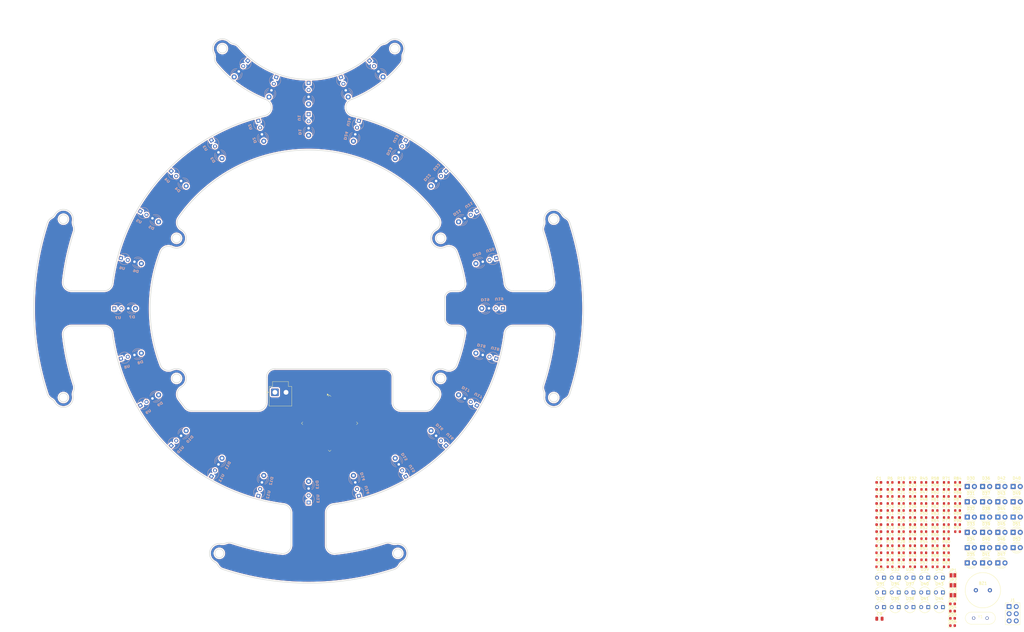
<source format=kicad_pcb>
(kicad_pcb (version 20240108) (generator "pcbnew") (generator_version "8.0")
  (layers (0 "F.Cu" signal) (1 "In1.Cu" signal) (2 "In2.Cu" signal) (31 "B.Cu" signal) (34 "B.Paste" user) (35 "F.Paste" user) (36 "B.SilkS" user "B.Silkscreen") (37 "F.SilkS" user "F.Silkscreen") (38 "B.Mask" user) (39 "F.Mask" user) (44 "Edge.Cuts" user))
  (net 0 "")
  (net 1 "+5V")
  (net 2 "Line01")
  (net 3 "Line02")
  (net 4 "Line03")
  (net 5 "Line04")
  (net 6 "Line05")
  (net 7 "Line06")
  (net 8 "Line07")
  (net 9 "Line08")
  (net 10 "Line09")
  (net 11 "Line10")
  (net 12 "Line11")
  (net 13 "Line12")
  (net 14 "Line13")
  (net 15 "Line14")
  (net 16 "Line15")
  (net 17 "Line16")
  (net 18 "Line17")
  (net 19 "Line18")
  (net 20 "Line19")
  (net 21 "Line20")
  (net 22 "Line21")
  (net 23 "Line22")
  (net 24 "Line23")
  (net 25 "Line24")
  (net 26 "Line-F")
  (net 27 "Line-L")
  (net 28 "Line-B")
  (net 29 "Line-R")
  (net 31 "B-05")
  (net 32 "16")
  (net 33 "SDA")
  (net 34 "22")
  (net 35 "B-03")
  (net 36 "03")
  (net 37 "L-03")
  (net 38 "TX3")
  (net 39 "15")
  (net 41 "L-02")
  (net 42 "SCL")
  (net 43 "11")
  (net 45 "R-05")
  (net 46 "17")
  (net 47 "B-04")
  (net 49 "XTAL2")
  (net 50 "MISO")
  (net 53 "05")
  (net 54 "R-04")
  (net 55 "L-05")
  (net 56 "LED02")
  (net 57 "R-03")
  (net 58 "23")
  (net 60 "21")
  (net 61 "LED03")
  (net 62 "04")
  (net 64 "R-01")
  (net 65 "RX2")
  (net 67 "L-01")
  (net 68 "19")
  (net 69 "XTAL1")
  (net 70 "TX0")
  (net 71 "06")
  (net 72 "GND")
  (net 73 "24")
  (net 77 "RX0")
  (net 78 "14")
  (net 79 "09")
  (net 83 "RX3")
  (net 84 "02")
  (net 86 "07")
  (net 87 "01")
  (net 89 "Net-(U45-AREF)")
  (net 90 "MOSI")
  (net 91 "L-04")
  (net 92 "RX1")
  (net 94 "18")
  (net 95 "10")
  (net 97 "Buzzer")
  (net 98 "B-01")
  (net 100 "LED01")
  (net 101 "R-02")
  (net 102 "RESET")
  (net 104 "PWM")
  (net 106 "13")
  (net 107 "TX2")
  (net 108 "08")
  (net 109 "20")
  (net 112 "B-02")
  (net 113 "TX1")
  (net 114 "SS")
  (net 115 "SCK")
  (net 116 "Net-(D1-A)")
  (net 117 "Net-(D2-A)")
  (net 118 "Net-(D3-A)")
  (net 119 "Net-(D4-A)")
  (net 120 "Net-(D5-A)")
  (net 121 "Net-(D6-A)")
  (net 122 "Net-(D7-A)")
  (net 123 "Net-(D8-A)")
  (net 124 "Net-(D9-A)")
  (net 125 "Net-(D10-A)")
  (net 126 "Net-(D11-A)")
  (net 127 "Net-(D12-A)")
  (net 128 "Net-(D13-A)")
  (net 129 "Net-(D14-A)")
  (net 130 "Net-(D15-A)")
  (net 131 "Net-(D16-A)")
  (net 132 "Net-(D17-A)")
  (net 133 "Net-(D18-A)")
  (net 134 "Net-(D19-A)")
  (net 135 "Net-(D20-A)")
  (net 136 "Net-(D21-A)")
  (net 137 "Net-(D22-A)")
  (net 138 "Net-(D23-A)")
  (net 139 "Net-(D24-A)")
  (net 140 "Net-(D25-A)")
  (net 141 "Net-(D26-A)")
  (net 142 "Net-(D27-A)")
  (net 143 "Net-(D28-A)")
  (net 144 "Net-(D29-A)")
  (net 145 "Net-(D30-A)")
  (net 146 "Net-(D31-A)")
  (net 147 "Net-(D32-A)")
  (net 148 "Net-(D33-A)")
  (net 149 "Net-(D34-A)")
  (net 150 "Net-(D35-A)")
  (net 151 "Net-(D36-A)")
  (net 152 "Net-(D37-A)")
  (net 153 "Net-(D38-A)")
  (net 154 "Net-(D39-A)")
  (net 155 "Net-(D40-A)")
  (net 156 "Net-(D41-A)")
  (net 157 "Net-(D42-A)")
  (net 158 "Net-(D43-A)")
  (net 159 "Net-(D44-A)")
  (net 160 "Net-(D45-A)")
  (net 161 "Net-(D46-A)")
  (net 162 "Net-(D47-A)")
  (net 163 "Net-(D48-A)")
  (net 164 "Net-(D49-A)")
  (net 165 "Net-(D50-A)")
  (net 166 "Net-(D51-A)")
  (net 167 "Net-(D52-A)")
  (net 168 "Net-(D53-A)")
  (net 169 "Net-(D54-A)")
  (net 170 "Net-(D55-A)")
  (net 171 "Threshold")
  (net 172 "Net-(JP1-B)")
  (net 173 "Net-(JP2-B)")
  (net 174 "Net-(JP3-B)")
  (net 175 "Net-(D56-A)")
  (footprint "LED_SMD:LED_0603_1608Metric" (layer "F.Cu") (at 229.535 113.17)
    (property "Reference" "D56")
    (property "Value" "PWR")
  )
  (footprint "Resistor_SMD:R_0603_1608Metric" (layer "F.Cu") (at 227.305 92.2)
    (property "Reference" "R83")
    (property "Value" "330")
  )
  (footprint "Resistor_SMD:R_0603_1608Metric" (layer "F.Cu") (at 207.255 74.63)
    (property "Reference" "R11")
    (property "Value" "Line-PDWN")
  )
  (footprint "Resistor_SMD:R_0603_1608Metric" (layer "F.Cu") (at 219.285 62.08)
    (property "Reference" "R45")
    (property "Value" "75")
  )
  (footprint "Resistor_SMD:R_0603_1608Metric" (layer "F.Cu") (at 215.275 62.08)
    (property "Reference" "R32")
    (property "Value" "75")
  )
  (footprint "Resistor_SMD:R_0603_1608Metric" (layer "F.Cu") (at 203.245 89.69)
    (property "Reference" "R4")
    (property "Value" "Line-PDWN")
  )
  (footprint "Resistor_SMD:R_0603_1608Metric" (layer "F.Cu") (at 219.285 74.63)
    (property "Reference" "R50")
    (property "Value" "75")
  )
  (footprint "Resistor_SMD:R_0603_1608Metric" (layer "F.Cu") (at 207.255 67.1)
    (property "Reference" "R8")
    (property "Value" "Line-PDWN")
  )
  (footprint "Resistor_SMD:R_0603_1608Metric" (layer "F.Cu") (at 211.265 69.61)
    (property "Reference" "R22")
    (property "Value" "Line-PDWN")
  )
  (footprint "Resistor_SMD:R_0603_1608Metric" (layer "F.Cu") (at 227.305 87.18)
    (property "Reference" "R81")
    (property "Value" "10K")
  )
  (footprint "Resistor_SMD:R_0603_1608Metric" (layer "F.Cu") (at 227.305 77.14)
    (property "Reference" "R77")
    (property "Value" "75")
  )
  (footprint "@2024TOINIOT2-Line:LED-3mm" (layer "F.Cu") (at 246.945 63.55)
    (property "Reference" "D42")
    (property "Value" "Wh/Rd")
  )
  (footprint "Resistor_SMD:R_0603_1608Metric" (layer "F.Cu") (at 219.285 89.69)
    (property "Reference" "R56")
    (property "Value" "75")
  )
  (footprint "@2024TOINIOT2-Line:LED-3mm" (layer "F.Cu") (at 252.395 74.45)
    (property "Reference" "D50")
    (property "Value" "Wh/Rd")
  )
  (footprint "Capacitor_SMD:C_0805_2012Metric" (layer "F.Cu") (at 203.465 110.71)
    (property "Reference" "C9")
    (property "Value" "10uF")
  )
  (footprint "Resistor_SMD:R_0603_1608Metric" (layer "F.Cu") (at 227.305 89.69)
    (property "Reference" "R82")
    (property "Value" "10K")
  )
  (footprint "@2024TOINIOT2-Line:NJL7502L" (layer "F.Cu") (at 214.365 96.08)
    (property "Reference" "U36")
    (property "Value" "~")
  )
  (footprint "Resistor_SMD:R_0603_1608Metric" (layer "F.Cu") (at 203.245 82.16)
    (property "Reference" "R1")
    (property "Value" "Line-PDWN")
  )
  (footprint "Capacitor_SMD:C_0603_1608Metric" (layer "F.Cu") (at 203.245 79.65)
    (property "Reference" "C8")
    (property "Value" "1000uF")
  )
  (footprint "@2024TOINIOT2-Line:LED-3mm" (layer "F.Cu") (at 241.495 85.35)
    (property "Reference" "D40")
    (property "Value" "Wh/Rd")
  )
  (footprint "Resistor_SMD:R_0603_1608Metric" (layer "F.Cu") (at 215.275 89.69)
    (property "Reference" "R43")
    (property "Value" "75")
  )
  (footprint "Resistor_SMD:R_0603_1608Metric" (layer "F.Cu") (at 223.295 84.67)
    (property "Reference" "R67")
    (property "Value" "75")
  )
  (footprint "Resistor_SMD:R_0603_1608Metric" (layer "F.Cu") (at 227.305 62.08)
    (property "Reference" "R71")
    (property "Value" "75")
  )
  (footprint "LED_SMD:LED_0603_1608Metric" (layer "F.Cu") (at 229.535 107.99)
    (property "Reference" "D54")
    (property "Value" "LED02")
  )
  (footprint "Resistor_SMD:R_0603_1608Metric" (layer "F.Cu") (at 207.255 62.08)
    (property "Reference" "R6")
    (property "Value" "Line-PDWN")
  )
  (footprint "Resistor_SMD:R_0603_1608Metric" (layer "F.Cu") (at 219.285 82.16)
    (property "Reference" "R53")
    (property "Value" "75")
  )
  (footprint "Resistor_SMD:R_0603_1608Metric" (layer "F.Cu") (at 215.275 74.63)
    (property "Reference" "R37")
    (property "Value" "75")
  )
  (footprint "Resistor_SMD:R_0603_1608Metric" (layer "F.Cu") (at 223.295 64.59)
    (property "Reference" "R59")
    (property "Value" "75")
  )
  (footprint "Resistor_SMD:R_0603_1608Metric" (layer "F.Cu") (at 207.255 72.12)
    (property "Reference" "R10")
    (property "Value" "Line-PDWN")
  )
  (footprint "Resistor_SMD:R_0603_1608Metric" (layer "F.Cu") (at 215.275 67.1)
    (property "Reference" "R34")
    (property "Value" "75")
  )
  (footprint "Resistor_SMD:R_0603_1608Metric" (layer "F.Cu") (at 215.275 92.2)
    (property "Reference" "R44")
    (property "Value" "75")
  )
  (footprint "Resistor_SMD:R_0603_1608Metric" (layer "F.Cu") (at 223.295 69.61)
    (property "Reference" "R61")
    (property "Value" "75")
  )
  (footprint "@2024TOINIOT2-Line:LED-3mm" (layer "F.Cu") (at 246.945 90.8)
    (property "Reference" "D47")
    (property "Value" "Wh/Rd")
  )
  (footprint "Resistor_SMD:R_0603_1608Metric" (layer "F.Cu") (at 211.265 72.12)
    (property "Reference" "R23")
    (property "Value" "Line-PDWN")
  )
  (footprint "@2024TOINIOT2-Line:LED-3mm" (layer "F.Cu") (at 241.495 90.8)
    (property "Reference" "D41")
    (property "Value" "Wh/Rd")
  )
  (footprint "@2024TOINIOT2-Line:LED-3mm" (layer "F.Cu") (at 246.945 69)
    (property "Reference" "D43")
    (property "Value" "Wh/Rd")
  )
  (footprint "Resistor_SMD:R_0603_1608Metric" (layer "F.Cu") (at 223.295 82.16)
    (property "Reference" "R66")
    (property "Value" "75")
  )
  (footprint "@2024TOINIOT2-Line:NJL7502L" (layer "F.Cu") (at 219.615 106.58)
    (property "Reference" "U41")
    (property "Value" "~")
  )
  (footprint "Resistor_SMD:R_0603_1608Metric" (layer "F.Cu") (at 231.315 67.1)
    (property "Reference" "R86")
    (property "Value" "1M")
  )
  (footprint "Resistor_SMD:R_0603_1608Metric" (layer "F.Cu") (at 227.305 67.1)
    (property "Reference" "R73")
    (property "Value" "75")
  )
  (footprint "Resistor_SMD:R_0603_1608Metric" (layer "F.Cu") (at 207.255 92.2)
    (property "Reference" "R18")
    (property "Value" "Line-PDWN")
  )
  (footprint "Resistor_SMD:R_0603_1608Metric" (layer "F.Cu") (at 223.295 77.14)
    (property "Reference" "R64")
    (property "Value" "75")
  )
  (footprint "Capacitor_SMD:C_0603_1608Metric" (layer "F.Cu") (at 203.245 77.14)
    (property "Reference" "C7")
    (property "Value" "100nF")
  )
  (footprint "@2024TOINIOT2-Line:AL4BT" (layer "F.Cu") (at 239.445 110.5)
    (property "Reference" "Y1")
    (property "Value" "16MHz")
  )
  (footprint "@2024TOINIOT2-Line:NJL7502L" (layer "F.Cu") (at 209.115 106.58)
    (property "Reference" "U35")
    (property "Value" "~")
  )
  (footprint "@2024TOINIOT2-Line:LED-3mm" (layer "F.Cu") (at 252.395 85.35)
    (property "Reference" "D52")
    (property "Value" "Wh/Rd")
  )
  (footprint "Resistor_SMD:R_0603_1608Metric" (layer "F.Cu") (at 219.285 84.67)
    (property "Reference" "R54")
    (property "Value" "75")
  )
  (footprint "Resistor_SMD:R_0603_1608Metric" (layer "F.Cu") (at 207.255 64.59)
    (property "Reference" "R7")
    (property "Value" "Line-PDWN")
  )
  (footprint "@2024TOINIOT2-Line:NJL7502L" (layer "F.Cu") (at 224.865 101.33)
    (property "Reference" "U43")
    (property "Value" "~")
  )
  (footprint "Resistor_SMD:R_0603_1608Metric" (layer "F.Cu") (at 231.315 79.65)
    (property "Reference" "R91")
    (property "Value" "330")
  )
  (footprint "Resistor_SMD:R_0603_1608Metric" (layer "F.Cu") (at 207.255 87.18)
    (property "Reference" "R16")
    (property "Value" "Line-PDWN")
  )
  (footprint "@2024TOINIOT2-Line:LED-3mm" (layer "F.Cu") (at 236.045 79.9)
    (property "Reference" "D33")
    (property "Value" "Wh/Rd")
  )
  (footprint "@2024TOINIOT2-Line:NJL7502L" (layer "F.Cu") (at 209.115 101.33)
    (property "Reference" "U34")
    (property "Value" "~")
  )
  (footprint "Resistor_SMD:R_0603_1608Metric" (layer "F.Cu") (at 231.315 72.12)
    (property "Reference" "R88")
    (property "Value" "100")
  )
  (footprint "Resistor_SMD:R_0603_1608Metric" (layer "F.Cu") (at 211.265 87.18)
    (property "Reference" "R29")
    (property "Value" "75")
  )
  (footprint "Resistor_SMD:R_0603_1608Metric" (layer "F.Cu") (at 231.315 77.14)
    (property "Reference" "R90")
    (property "Value" "10K")
  )
  (footprint "Resistor_SMD:R_0603_1608Metric" (layer "F.Cu") (at 215.275 87.18)
    (property "Reference" "R42")
    (property "Value" "75")
  )
  (footprint "@2024TOINIOT2-Line:LED-3mm" (layer "F.Cu") (at 241.495 63.55)
    (property "Reference" "D36")
    (property "Value" "Wh/Rd")
  )
  (footprint "@2024TOINIOT2-Line:LED-3mm" (layer "F.Cu") (at 246.945 85.35)
    (property "Reference" "D46")
    (property "Value" "Wh/Rd")
  )
  (footprint "Jumper:SolderJumper-2_P1.3mm_Open_Pad1.0x1.5mm" (layer "F.Cu") (at 229.665 95.23)
    (property "Reference" "JP1")
    (property "Value" "160Hz")
  )
  (footprint "Resistor_SMD:R_0603_1608Metric" (layer "F.Cu") (at 215.275 84.67)
    (property "Reference" "R41")
    (property "Value" "75")
  )
  (footprint "Resistor_SMD:R_0603_1608Metric" (layer "F.Cu") (at 231.315 69.61)
    (property "Reference" "R87")
    (property "Value" "10K")
  )
  (footprint "Resistor_SMD:R_0603_1608Metric" (layer "F.Cu") (at 215.275 77.14)
    (property "Reference" "R38")
    (property "Value" "75")
  )
  (footprint "Resistor_SMD:R_0603_1608Metric" (layer "F.Cu") (at 211.265 82.16)
    (property "Reference" "R27")
    (property "Value" "Line-PDWN")
  )
  (footprint "Resistor_SMD:R_0603_1608Metric" (layer "F.Cu") (at 211.265 64.59)
    (property "Reference" "R20")
    (property "Value" "Line-PDWN")
  )
  (footprint "Jumper:SolderJumper-2_P1.3mm_Open_Pad1.0x1.5mm" (layer "F.Cu") (at 229.665 98.78)
    (property "Reference" "JP2")
    (property "Value" "16Hz")
  )
  (footprint "Resistor_SMD:R_0603_1608Metric" (layer "F.Cu") (at 223.295 87.18)
    (property "Reference" "R68")
    (property "Value" "75")
  )
  (footprint "Resistor_SMD:R_0603_1608Metric" (layer "F.Cu") (at 219.285 72.12)
    (property "Reference" "R49")
    (property "Value" "75")
  )
  (footprint "@2024TOINIOT2-Line:NJL7502L" (layer "F.Cu") (at 203.865 96.08)
    (property "Reference" "U30")
    (property "Value" "~")
  )
  (footprint "Capacitor_SMD:C_0603_1608Metric" (layer "F.Cu") (at 203.245 67.1)
    (property "Reference" "C3")
    (property "Value" "22pF")
  )
  (footprint "@2024TOINIOT2-Line:LED-3mm" (layer "F.Cu") (at 241.495 69)
    (property "Reference" "D37")
    (property "Value" "Wh/Rd")
  )
  (footprint "Capacitor_SMD:C_0603_1608Metric" (layer "F.Cu") (at 203.245 74.63)
    (property "Reference" "C6")
    (property "Value" "22pF")
  )
  (footprint "@2024TOINIOT2-Line:NJL7502L" (layer "F.Cu") (at 214.365 101.33)
    (property "Reference" "U37")
    (property "Value" "~")
  )
  (footprint "Resistor_SMD:R_0603_1608Metric" (layer "F.Cu") (at 211.265 62.08)
    (property "Reference" "R19")
    (property "Value" "Line-PDWN")
  )
  (footprint "@2024TOINIOT2-Line:LED-3mm" (layer "F.Cu") (at 236.045 63.55)
    (property "Reference" "D30")
    (property "Value" "Wh/Rd")
  )
  (footprint "Resistor_SMD:R_0603_1608Metric" (layer "F.Cu") (at 215.275 72.12)
    (property "Reference" "R36")
    (property "Value" "75")
  )
  (footprint "Resistor_SMD:R_0603_1608Metric" (layer "F.Cu") (at 211.265 92.2)
    (property "Reference" "R31")
    (property "Value" "75")
  )
  (footprint "Resistor_SMD:R_0603_1608Metric" (layer "F.Cu") (at 215.275 82.16)
    (property "Reference" "R40")
    (property "Value" "75")
  )
  (footprint "@2024TOINIOT2-Line:LED-3mm" (layer "F.Cu") (at 241.495 79.9)
    (property "Reference" "D39")
    (property "Value" "Wh/Rd")
  )
  (footprint "Resistor_SMD:R_0603_1608Metric" (layer "F.Cu") (at 215.275 64.59)
    (property "Reference" "R33")
    (property "Value" "75")
  )
  (footprint "@2024TOINIOT2-Line:LED-3mm" (layer "F.Cu") (at 252.395 79.9)
    (property "Reference" "D51")
    (property "Value" "Wh/Rd")
  )
  (footprint "Resistor_SMD:R_0603_1608Metric" (layer "F.Cu") (at 219.285 69.61)
    (property "Reference" "R48")
    (property "Value" "75")
  )
  (footprint "Resistor_SMD:R_0603_1608Metric" (layer "F.Cu") (at 223.295 74.63)
    (property "Reference" "R63")
    (property "Value" "75")
  )
  (footprint "Resistor_SMD:R_0603_1608Metric" (layer "F.Cu") (at 231.315 74.63)
    (property "Reference" "R89")
    (property "Value" "1K")
  )
  (footprint "Resistor_SMD:R_0603_1608Metric" (layer "F.Cu") (at 219.285 77.14)
    (property "Reference" "R51")
    (property "Value" "75")
  )
  (footprint "@2024TOINIOT2-Line:LED-3mm" (layer "F.Cu") (at 236.045 90.8)
    (property "Reference" "D35")
    (property "Value" "Wh/Rd")
  )
  (footprint "Resistor_SMD:R_0603_1608Metric" (layer "F.Cu") (at 207.255 84.67)
    (property "Reference" "R15")
    (property "Value" "Line-PDWN")
  )
  (footprint "Resistor_SMD:R_0603_1608Metric" (layer "F.Cu") (at 207.255 69.61)
    (property "Reference" "R9")
    (property "Value" "Line-PDWN")
  )
  (footprint "Capacitor_SMD:C_0603_1608Metric" (layer "F.Cu") (at 203.245 62.08)
    (property "Reference" "C1")
    (property "Value" "100nF")
  )
  (footprint "Resistor_SMD:R_0603_1608Metric" (layer "F.Cu") (at 203.245 84.67)
    (property "Reference" "R2")
    (property "Value" "Line-PDWN")
  )
  (footprint "Resistor_SMD:R_0603_1608Metric" (layer "F.Cu") (at 227.305 72.12)
    (property "Reference" "R75")
    (property "Value" "75")
  )
  (footprint "Resistor_SMD:R_0603_1608Metric" (layer "F.Cu") (at 219.285 87.18)
    (property "Reference" "R55")
    (property "Value" "75")
  )
  (footprint "Jumper:SolderJumper-2_P1.3mm_Open_Pad1.0x1.5mm" (layer "F.Cu") (at 229.665 102.33)
    (property "Reference" "JP3")
    (property "Value" "1.6Hz")
  )
  (footprint "Connector_JST:JST_VH_B2P-VH-B_1x02_P3.96mm_Vertical" (layer "F.Cu") (at -12.0075 29.95)
    (property "Reference" "J2" (hide yes))
    (property "Value" "VIN")
  )
  (footprint "Resistor_SMD:R_0603_1608Metric" (layer "F.Cu") (at 203.245 87.18)
    (property "Reference" "R3")
    (property "Value" "Line-PDWN")
  )
  (footprint "Resistor_SMD:R_0603_1608Metric" (layer "F.Cu") (at 207.255 82.16)
    (property "Reference" "R14")
    (property "Value" "Line-PDWN")
  )
  (footprint "LED_SMD:LED_0603_1608Metric" (layer "F.Cu") (at 229.535 110.58)
    (property "Reference" "D55")
    (property "Value" "LED03")
  )
  (footprint "Capacitor_SMD:C_0603_1608Metric" (layer "F.Cu") (at 203.245 64.59)
    (property "Reference" "C2")
    (property "Value" "100nF")
  )
  (footprint "Resistor_SMD:R_0603_1608Metric" (layer "F.Cu") (at 207.255 79.65)
    (property "Reference" "R13")
    (property "Value" "Line-PDWN")
  )
  (footprint "Resistor_SMD:R_0603_1608Metric" (layer "F.Cu") (at 219.285 64.59)
    (property "Reference" "R46")
    (property "Value" "75")
  )
  (footprint "@2024TOINIOT2-Line:LED-3mm" (layer "F.Cu") (at 246.945 79.9)
    (property "Reference" "D45")
    (property "Value" "Wh/Rd")
  )
  (footprint "Resistor_SMD:R_0603_1608Metric" (layer "F.Cu") (at 231.315 62.08)
    (property "Reference" "R84")
    (property "Value" "330")
  )
  (footprint "Capacitor_SMD:C_0603_1608Metric" (layer "F.Cu") (at 203.245 69.61)
    (property "Reference" "C4")
    (property "Value" "22pF")
  )
  (footprint "@2024TOINIOT2-Line:NJL7502L" (layer "F.Cu") (at 224.865 106.58)
    (property "Reference" "U44")
    (property "Value" "~")
  )
  (footprint "Resistor_SMD:R_0603_1608Metric" (layer "F.Cu") (at 223.295 92.2)
    (property "Reference" "R70")
    (property "Value" "75")
  )
  (footprint "@2024TOINIOT2-Line:NJL7502L" (layer "F.Cu") (at 209.115 96.08)
    (property "Reference" "U33")
    (property "Value" "~")
  )
  (footprint "Capacitor_SMD:C_0603_1608Metric" (layer "F.Cu") (at 203.245 72.12)
    (property "Reference" "C5")
    (property "Value" "100nF")
  )
  (footprint "Resistor_SMD:R_0603_1608Metric" (layer "F.Cu") (at 219.285 67.1)
    (property "Reference" "R47")
    (property "Value" "75")
  )
  (footprint "@2024TOINIOT2-Line:LED-3mm" (layer "F.Cu") (at 236.045 85.35)
    (property "Reference" "D34")
    (property "Value" "Wh/Rd")
  )
  (footprint "@2024TOINIOT2-Line:LED-3mm" (layer "F.Cu") (at 236.045 69)
    (property "Reference" "D31")
    (property "Value" "Wh/Rd")
  )
  (footprint "@2024TOINIOT2-Line:LED-3mm" (layer "F.Cu") (at 252.395 63.55)
    (property "Reference" "D48")
    (property "Value" "Wh/Rd")
  )
  (footprint "Resistor_SMD:R_0603_1608Metric" (layer "F.Cu") (at 227.305 82.16)
    (property "Reference" "R79")
    (property "Value" "75")
  )
  (footprint "LED_SMD:LED_0603_1608Metric" (layer "F.Cu") (at 229.535 105.4)
    (property "Reference" "D53")
    (property "Value" "LED01")
  )
  (footprint "Resistor_SMD:R_0603_1608Metric" (layer "F.Cu") (at 211.265 77.14)
    (property "Reference" "R25")
    (property "Value" "Line-PDWN")
  )
  (footprint "Resistor_SMD:R_0603_1608Metric" (layer "F.Cu") (at 223.295 79.65)
    (property "Reference" "R65")
    (property "Value" "75")
  )
  (footprint "Resistor_SMD:R_0603_1608Metric" (layer "F.Cu") (at 227.305 64.59)
    (property "Reference" "R72")
    (property "Value" "75")
  )
  (footprint "Resistor_SMD:R_0603_1608Metric" (layer "F.Cu") (at 211.265 74.63)
    (property "Reference" "R24")
    (property "Value" "Line-PDWN")
  )
  (footprint "Resistor_SMD:R_0603_1608Metric" (layer "F.Cu") (at 223.295 67.1)
    (property "Reference" "R60")
    (property "Value" "75")
  )
  (footprint "Resistor_SMD:R_0603_1608Metric" (layer "F.Cu") (at 215.275 79.65)
    (property "Reference" "R39")
    (property "Value" "75")
  )
  (footprint "Resistor_SMD:R_0603_1608Metric" (layer "F.Cu") (at 215.275 69.61)
    (property "Reference" "R35")
    (property "Value" "75")
  )
  (footprint "@2024TOINIOT2-Line:NJL7502L" (layer "F.Cu") (at 214.365 106.58)
    (property "Reference" "U38")
    (property "Value" "~")
  )
  (footprint "@2024TOINIOT2-Line:LED-3mm" (layer "F.Cu") (at 252.395 69)
    (property "Reference" "D49")
    (property "Value" "Wh/Rd")
  )
  (footprint "@2024TOINIOT2-Line:NJL7502L" (layer "F.Cu") (at 203.865 106.58)
    (property "Reference" "U32")
    (property "Value" "~")
  )
  (footprint "Package_QFP:TQFP-100_14x14mm_P0.5mm" (layer "F.Cu") (at 7.5 41 -45)
    (property "Reference" "U45" (hide yes))
    (property "Value" "ATmega2560-16A")
  )
  (footprint "Resistor_SMD:R_0603_1608Metric" (layer "F.Cu") (at 211.265 89.69)
    (property "Reference" "R30")
    (property "Value" "75")
  )
  (footprint "Resistor_SMD:R_0603_1608Metric" (layer "F.Cu") (at 211.265 67.1)
    (property "Reference" "R21")
    (property "Value" "Line-PDWN")
  )
  (footprint "Resistor_SMD:R_0603_1608Metric" (layer "F.Cu") (at 207.255 89.69)
    (property "Reference" "R17")
    (property "Value" "Line-PDWN")
  )
  (footprint "Resistor_SMD:R_0603_1608Metric" (layer "F.Cu") (at 223.295 89.69)
    (property "Reference" "R69")
    (property "Value" "75")
  )
  (footprint "Connector_PinHeader_2.54mm:PinHeader_2x03_P2.54mm_Vertical" (layer "F.Cu") (at 249.695 106.4)
    (property "Reference" "J1")
    (property "Value" "ICSP")
  )
  (footprint "@2024TOINIOT2-Line:PKM13EPYH4000-A0" (layer "F.Cu") (at 240.345 100.55)
    (property "Reference" "BZ1")
    (property "Value" "Buzzer")
  )
  (footprint "Resistor_SMD:R_0603_1608Metric" (layer "F.Cu") (at 227.305 79.65)
    (property "Reference" "R78")
    (property "Value" "75")
  )
  (footprint "Resistor_SMD:R_0603_1608Metric" (layer "F.Cu") (at 223.295 62.08)
    (property "Reference" "R58")
    (property "Value" "75")
  )
  (footprint "Resistor_SMD:R_0603_1608Metric" (layer "F.Cu") (at 231.315 64.59)
    (property "Reference" "R85")
    (property "Value" "330")
  )
  (footprint "@2024TOINIOT2-Line:NJL7502L" (layer "F.Cu") (at 219.615 96.08)
    (property "Reference" "U39")
    (property "Value" "~")
  )
  (footprint "@2024TOINIOT2-Line:LED-3mm" (layer "F.Cu") (at 246.945 74.45)
    (property "Reference" "D44")
    (property "Value" "Wh/Rd")
  )
  (footprint "Resistor_SMD:R_0603_1608Metric" (layer "F.Cu") (at 211.265 79.65)
    (property "Reference" "R26")
    (property "Value" "Line-PDWN")
  )
  (footprint "Resistor_SMD:R_0603_1608Metric" (layer "F.Cu") (at 227.305 69.61)
    (property "Reference" "R74")
    (property "Value" "75")
  )
  (footprint "@2024TOINIOT2-Line:NJL7502L" (layer "F.Cu") (at 203.865 101.33)
    (property "Reference" "U31")
    (property "Value" "~")
  )
  (footprint "Resistor_SMD:R_0603_1608Metric" (layer "F.Cu") (at 207.255 77.14)
    (property "Reference" "R12")
    (property "Value" "Line-PDWN")
  )
  (footprint "Resistor_SMD:R_0603_1608Metric" (layer "F.Cu") (at 219.285 79.65)
    (property "Reference" "R52")
    (property "Value" "75")
  )
  (footprint "Resistor_SMD:R_0603_1608Metric" (layer "F.Cu") (at 211.265 84.67)
    (property "Reference" "R28")
    (property "Value" "Line-PDWN")
  )
  (footprint "@2024TOINIOT2-Line:NJL7502L" (layer "F.Cu") (at 219.615 101.33)
    (property "Reference" "U40")
    (property "Value" "~")
  )
  (footprint "Resistor_SMD:R_0603_1608Metric" (layer "F.Cu") (at 203.245 92.2)
    (property "Reference" "R5")
    (property "Value" "Line-PDWN")
  )
  (footprint "Resistor_SMD:R_0603_1608Metric" (layer "F.Cu") (at 223.295 72.12)
    (property "Reference" "R62")
    (property "Value" "75")
  )
  (footprint "Resistor_SMD:R_0603_1608Metric" (layer "F.Cu") (at 227.305 74.63)
    (property "Reference" "R76")
    (property "Value" "75")
  )
  (footprint "Resistor_SMD:R_0603_1608Metric" (layer "F.Cu") (at 227.305 84.67)
    (property "Reference" "R80")
    (property "Value" "75")
  )
  (footprint "@2024TOINIOT2-Line:LED-3mm" (layer "F.Cu") (at 241.495 74.45)
    (property "Reference" "D38")
    (property "Value" "Wh/Rd")
  )
  (footprint "@2024TOINIOT2-Line:NJL7502L" (layer "F.Cu") (at 224.865 96.08)
    (property "Reference" "U42")
    (property "Value" "~")
  )
  (footprint "@2024TOINIOT2-Line:LED-3mm" (layer "F.Cu") (at 236.045 74.45)
    (property "Reference" "D32")
    (property "Value" "Wh/Rd")
  )
  (footprint "Resistor_SMD:R_0603_1608Metric" (layer "F.Cu") (at 219.285 92.2)
    (property "Reference" "R57")
    (property "Value" "75")
  )
  (footprint "@2024TOINIOT2-Line:NJL7502L" (layer "B.Cu") (at -65.683056 -17.599671 165)
    (property "Reference" "U6")
    (property "Value" "~")
  )
  (footprint "@2024TOINIOT2-Line:NJL7502L" (layer "B.Cu") (at 67.9999 0.000025)
    (property "Reference" "U19")
    (property "Value" "~")
  )
  (footprint "@2024TOINIOT2-Line:LED-3mm" (layer "B.Cu") (at -54.5597 31.500023 30)
    (property "Reference" "D9")
    (property "Value" "Wh/Rd")
  )
  (footprint "@2024TOINIOT2-Line:LED-3mm" (layer "B.Cu") (at -44.547827 44.547752 45)
    (property "Reference" "D10")
    (property "Value" "Wh/Rd")
  )
  (footprint "@2024TOINIOT2-Line:NJL7502L" (layer "B.Cu") (at -58.889827 -33.999975 150)
    (property "Reference" "U5")
    (property "Value" "~")
  )
  (footprint "@2024TOINIOT2-Line:LED-3mm" (layer "B.Cu") (at -44.547827 -44.547702 -45)
    (property "Reference" "D4")
    (property "Value" "Wh/Rd")
  )
  (footprint "@2024TOINIOT2-Line:NJL7502L" (layer "B.Cu") (at 48.083162 -48.083236 45)
    (property "Reference" "U22")
    (property "Value" "~")
  )
  (footprint "@2024TOINIOT2-Line:NJL7502L" (layer "B.Cu") (at 58.889627 -33.999976 30)
    (property "Reference" "U21")
    (property "Value" "~")
  )
  (footprint "@2024TOINIOT2-Line:NJL7502L" (layer "B.Cu") (at -22.490911 -87.367894 50)
    (property "Reference" "U25" (hide yes))
    (property "Value" "~")
  )
  (footprint "@2024TOINIOT2-Line:LED-3mm" (layer "B.Cu") (at 31.4999 54.559625 120)
    (property "Reference" "D15")
    (property "Value" "Wh/Rd")
  )
  (footprint "@2024TOINIOT2-Line:NJL7502L" (layer "B.Cu") (at -48.083361 -48.083236 135)
    (property "Reference" "U4")
    (property "Value" "~")
  )
  (footprint "@2024TOINIOT2-Line:NJL7502L" (layer "B.Cu") (at 11.966526 -81.292119 110)
    (property "Reference" "U28" (hide yes))
    (property "Value" "~")
  )
  (footprint "@2024TOINIOT2-Line:NJL7502L" (layer "B.Cu") (at 65.682856 -17.599671 15)
    (property "Reference" "U20")
    (property "Value" "~")
  )
  (footprint "@2024TOINIOT2-Line:NJL7502L" (layer "B.Cu") (at 33.9999 58.889751 -60)
    (property "Reference" "U15")
    (property "Value" "~")
  )
  (footprint "@2024TOINIOT2-Line:LED-3mm" (layer "B.Cu") (at 44.547627 44.547751 135)
    (property "Reference" "D16")
    (property "Value" "Wh/Rd")
  )
  (footprint "@2024TOINIOT2-Line:LED-3mm" (layer "B.Cu") (at -60.853427 -16.305574 -15)
    (property "Reference" "D6")
    (property "Value" "Wh/Rd")
  )
  (footprint "@2024TOINIOT2-Line:NJL7502L" (layer "B.Cu") (at 22.490079 -87.367894 130)
    (property "Reference" "U29" (hide yes))
    (property "Value" "~")
  )
  (footprint "@2024TOINIOT2-Line:LED-3mm" (layer "B.Cu") (at -31.500099 -54.559575 -60)
    (property "Reference" "D3")
    (property "Value" "Wh/Rd")
  )
  (footprint "@2024TOINIOT2-Line:LED-3mm" (layer "B.Cu") (at 62.9999 0.000025 180)
    (property "Reference" "D19")
    (property "Value" "Wh/Rd")
  )
  (footprint "@2024TOINIOT2-Line:NJL7502L" (layer "B.Cu") (at 65.682856 17.599719 -15)
    (property "Reference" "U18")
    (property "Value" "~")
  )
  (footprint "@2024TOINIOT2-Line:LED-3mm" (layer "B.Cu") (at -16.305698 -60.853303 -75)
    (property "Reference" "D2")
    (property "Value" "Wh/Rd")
  )
  (footprint "@2024TOINIOT2-Line:NJL7502L" (layer "B.Cu") (at 17.599595 -65.682931 75)
    (property "Reference" "U24")
    (property "Value" "~")
  )
  (footprint "@2024TOINIOT2-Line:NJL7502L" (layer "B.Cu") (at -34.000099 -58.889703 120)
    (property "Reference" "U3")
    (property "Value" "~")
  )
  (footprint "@2024TOINIOT2-Line:NJL7502L" (layer "B.Cu") (at -0.000417 -79.182022 90)
    (property "Reference" "U27" (hide yes))
    (property "Value" "~")
  )
  (footprint "@2024TOINIOT2-Line:NJL7502L" (layer "B.Cu") (at -34.000099 58.889751 -120)
    (property "Reference" "U11")
    (property "Value" "~")
  )
  (footprint "@2024TOINIOT2-Line:NJL7502L" (layer "B.Cu") (at -17.599795 65.68298 -105)
    (property "Reference" "U12")
    (property "Value" "~")
  )
  (footprint "@2024TOINIOT2-Line:NJL7502L" (layer "B.Cu") (at 48.083161 48.083285 -45)
    (property "Reference" "U16")
    (property "Value" "~")
  )
  (footprint "@2024TOINIOT2-Line:NJL7502L" (layer "B.Cu") (at -0.0001 -67.999976 90)
    (property "Reference" "U1")
    (property "Value" "~")
  )
  (footprint "@2024TOINIOT2-Line:NJL7502L" (layer "B.Cu") (at -17.599795 -65.682932 105)
    (property "Reference" "U2")
    (property "Value" "~")
  )
  (footprint "@2024TOINIOT2-Line:LED-3mm" (layer "B.Cu") (at -0.0001 -62.999976 -90)
    (property "Reference" "D1")
    (property "Value" "Wh/Rd")
  )
  (footprint "@2024TOINIOT2-Line:NJL7502L" (layer "B.Cu") (at 33.9999 -58.889703 60)
    (property "Reference" "U23")
    (property "Value" "~")
  )
  (footprint "@2024TOINIOT2-Line:LED-3mm" (layer "B.Cu") (at -16.305699 60.853351 75)
    (property "Reference" "D12")
    (property "Value" "Wh/Rd")
  )
  (footprint "@2024TOINIOT2-Line:LED-3mm" (layer "B.Cu") (at -0.000417 -74.182022 -90)
    (property "Reference" "D27" (hide yes))
    (property "Value" "Wh/Rd")
  )
  (footprint "@2024TOINIOT2-Line:LED-3mm" (layer "B.Cu") (at -60.853427 16.305624 15)
    (property "Reference" "D8")
    (property "Value" "Wh/Rd")
  )
  (footprint "@2024TOINIOT2-Line:LED-3mm" (layer "B.Cu") (at 60.853227 -16.305575 -165)
    (property "Reference" "D20")
    (property "Value" "Wh/Rd")
  )
  (footprint "@2024TOINIOT2-Line:NJL7502L" (layer "B.Cu") (at -58.889827 34.000023 -150)
    (property "Reference" "U9")
    (property "Value" "~")
  )
  (footprint "@2024TOINIOT2-Line:LED-3mm" (layer "B.Cu") (at -25.70485 -83.537672 -130)
    (property "Reference" "D25" (hide yes))
    (property "Value" "Wh/Rd")
  )
  (footprint "@2024TOINIOT2-Line:NJL7502L" (layer "B.Cu") (at -65.683055 17.599719 -165)
    (property "Reference" "U8")
    (property "Value" "~")
  )
  (footprint "@2024TOINIOT2-Line:LED-3mm" (layer "B.Cu") (at 16.305499 60.853351 105)
    (property "Reference" "D14")
    (property "Value" "Wh/Rd")
  )
  (footprint "@2024TOINIOT2-Line:LED-3mm" (layer "B.Cu") (at 16.305499 -60.853303 -105)
    (property "Reference" "D24")
    (property "Value" "Wh/Rd")
  )
  (footprint "@2024TOINIOT2-Line:LED-3mm" (layer "B.Cu") (at -54.5597 -31.499975 -30)
    (property "Reference" "D5")
    (property "Value" "Wh/Rd")
  )
  (footprint "@2024TOINIOT2-Line:LED-3mm" (layer "B.Cu") (at -31.500099 54.559625 60)
    (property "Reference" "D11")
    (property "Value" "Wh/Rd")
  )
  (footprint "@2024TOINIOT2-Line:LED-3mm" (layer "B.Cu") (at 54.5595 -31.499976 -150)
    (property "Reference" "D21")
    (property "Value" "Wh/Rd")
  )
  (footprint "@2024TOINIOT2-Line:NJL7502L" (layer "B.Cu") (at -48.083361 48.083286 -135)
    (property "Reference" "U10")
    (property "Value" "~")
  )
  (footprint "@2024TOINIOT2-Line:NJL7502L" (layer "B.Cu") (at 58.889627 34.000024 -30)
    (property "Reference" "U17")
    (property "Value" "~")
  )
  (footprint "@2024TOINIOT2-Line:LED-3mm" (layer "B.Cu") (at -63.0001 0.000024)
    (property "Reference" "D7")
    (property "Value" "Wh/Rd")
  )
  (footprint "@2024TOINIOT2-Line:LED-3mm" (layer "B.Cu") (at 25.704018 -83.537672 -50)
    (property "Reference" "D29" (hide yes))
    (property "Value" "Wh/Rd")
  )
  (footprint "@2024TOINIOT2-Line:LED-3mm" (layer "B.Cu") (at 60.853227 16.305623 165)
    (property "Reference" "D18")
    (property "Value" "Wh/Rd")
  )
  (footprint "@2024TOINIOT2-Line:NJL7502L" (layer "B.Cu") (at -0.0001 68.000025 -90)
    (property "Reference" "U13")
    (property "Value" "~")
  )
  (footprint "@2024TOINIOT2-Line:NJL7502L" (layer "B.Cu") (at -11.96736 -81.292117 70)
    (property "Reference" "U26" (hide yes))
    (property "Value" "~")
  )
  (footprint "@2024TOINIOT2-Line:LED-3mm" (layer "B.Cu") (at -0.0001 63.000024 90)
    (property "Reference" "D13")
    (property "Value" "Wh/Rd")
  )
  (footprint "@2024TOINIOT2-Line:NJL7502L" (layer "B.Cu") (at 17.599595 65.682981 -75)
    (property "Reference" "U14")
    (property "Value" "~")
  )
  (footprint "@2024TOINIOT2-Line:LED-3mm" (layer "B.Cu") (at -13.677461 -76.593655 -110)
    (property "Reference" "D26" (hide yes))
    (property "Value" "Wh/Rd")
  )
  (footprint "@2024TOINIOT2-Line:NJL7502L" (layer "B.Cu") (at -68.0001 0.000024 180)
    (property "Reference" "U7")
    (property "Value" "~")
  )
  (footprint "@2024TOINIOT2-Line:LED-3mm" (layer "B.Cu") (at 54.5595 31.500024 150)
    (property "Reference" "D17")
    (property "Value" "Wh/Rd")
  )
  (footprint "@2024TOINIOT2-Line:LED-3mm" (layer "B.Cu") (at 13.676627 -76.593655 -70)
    (property "Reference" "D28" (hide yes))
    (property "Value" "Wh/Rd")
  )
  (footprint "@2024TOINIOT2-Line:LED-3mm" (layer "B.Cu") (at 31.4999 -54.559576 -120)
    (property "Reference" "D23")
    (property "Value" "Wh/Rd")
  )
  (footprint "@2024TOINIOT2-Line:LED-3mm" (layer "B.Cu") (at 44.547628 -44.547702 -135)
    (property "Reference" "D22")
    (property "Value" "Wh/Rd")
  )
  (gr_arc (start 48.620953 -21.860792) (mid 51.04118 -21.963609) (end 52.748361 -20.245004) (stroke (width 0.2)) (layer "Edge.Cuts"))
  (gr_line (start -6.25 72.915626) (end -6.25 84.495197) (stroke (width 0.2)) (layer "Edge.Cuts"))
  (gr_arc (start 83.944365 -31.201355) (mid 83.968854 -30.328018) (end 83.74068 -29.484659) (stroke (width 0.2)) (layer "Edge.Cuts"))
  (gr_arc (start -93.10241 -30.59315) (mid -92.549834 -31.585745) (end -91.667801 -32.301707) (stroke (width 0.2)) (layer "Edge.Cuts"))
  (gr_arc (start 45.33915 28.040209) (mid 46.799978 30.085682) (end 46.191876 32.524572) (stroke (width 0.2)) (layer "Edge.Cuts"))
  (gr_line (start 44.052481 35.378364) (end 46.191876 32.524572) (stroke (width 0.2)) (layer "Edge.Cuts"))
  (gr_circle (center 31.807873 87.39142) (end 33.407873 87.39142) (stroke (width 0.2)) (fill none) (layer "Edge.Cuts"))
  (gr_arc (start 91.667801 -32.301707) (mid 90.975379 -32.81213) (end 90.456256 -33.498056) (stroke (width 0.2)) (layer "Edge.Cuts"))
  (gr_circle (center 47.073246 24.999993) (end 48.673246 24.999993) (stroke (width 0.2)) (fill none) (layer "Edge.Cuts"))
  (gr_arc (start -83.74068 -29.484659) (mid -83.968856 -30.328018) (end -83.944365 -31.201355) (stroke (width 0.2)) (layer "Edge.Cuts"))
  (gr_arc (start 45.33915 28.040209) (mid 43.982136 23.358346) (end 48.620958 21.860791) (stroke (width 0.2)) (layer "Edge.Cuts"))
  (gr_arc (start -45.339143 -28.040209) (mid -46.779649 -29.987776) (end -46.311808 -32.364581) (stroke (width 0.2)) (layer "Edge.Cuts"))
  (gr_arc (start 93.10241 -30.59315) (mid 98 0.000006) (end 93.10241 30.593162) (stroke (width 0.2)) (layer "Edge.Cuts"))
  (gr_arc (start 55.753335 9.155091) (mid 54.533488 14.776631) (end 52.748366 20.245002) (stroke (width 0.2)) (layer "Edge.Cuts"))
  (gr_arc (start 84.495192 6.250006) (mid 86.728963 7.247432) (end 87.477375 9.576477) (stroke (width 0.2)) (layer "Edge.Cuts"))
  (gr_line (start 50.9866 -6.250001) (end 53.2864 -6.250001) (stroke (width 0.2)) (layer "Edge.Cuts"))
  (gr_arc (start 27 21.500006) (mid 29.12132 22.378686) (end 30 24.500006) (stroke (width 0.2)) (layer "Edge.Cuts"))
  (gr_arc (start -15.192354 -74.479576) (mid -13.272359 -71.464352) (end -15.600888 -68.752174) (stroke (width 0.2)) (layer "Edge.Cuts"))
  (gr_arc (start -15 24.500004) (mid -14.121321 22.378685) (end -12.000002 21.500006) (stroke (width 0.2)) (layer "Edge.Cuts"))
  (gr_arc (start -15 33.500004) (mid -15.87868 35.621326) (end -18.000001 36.500006) (stroke (width 0.2)) (layer "Edge.Cuts"))
  (gr_circle (center 30.718202 -92.662302) (end 32.318202 -92.662302) (stroke (width 0.2)) (fill none) (layer "Edge.Cuts"))
  (gr_arc (start 83.944365 -31.201355) (mid 86.227269 -35.108583) (end 90.456256 -33.498056) (stroke (width 0.2)) (layer "Edge.Cuts"))
  (gr_arc (start -91.667801 32.301719) (mid -90.975373 32.812137) (end -90.456256 33.498068) (stroke (width 0.2)) (layer "Edge.Cuts"))
  (gr_line (start 53.304048 6.249999) (end 50.997323 6.249999) (stroke (width 0.2)) (layer "Edge.Cuts"))
  (gr_arc (start 15.600888 -68.752174) (mid 52.208082 -47.376847) (end 69.939471 -8.872443) (stroke (width 0.2)) (layer "Edge.Cuts"))
  (gr_arc (start 44.052481 35.378364) (mid 43.010397 36.2051) (end 41.7133 36.500006) (stroke (width 0.2)) (layer "Edge.Cuts"))
  (gr_arc (start 15.600888 -68.752174) (mid 13.272359 -71.464352) (end 15.192354 -74.479576) (stroke (width 0.2)) (layer "Edge.Cuts"))
  (gr_arc (start -46.311821 32.364576) (mid -46.779647 29.987778) (end -45.339143 28.040221) (stroke (width 0.2)) (layer "Edge.Cuts"))
  (gr_arc (start -69.939471 -8.872443) (mid -70.93227 -6.999144) (end -72.91562 -6.249994) (stroke (width 0.2)) (layer "Edge.Cuts"))
  (gr_line (start 33 36.500006) (end 41.7133 36.500006) (stroke (width 0.2)) (layer "Edge.Cuts"))
  (gr_arc (start 90.456256 33.498068) (mid 90.97537 32.812132) (end 91.667801 32.301719) (stroke (width 0.2)) (layer "Edge.Cuts"))
  (gr_line (start 72.9156 6.250006) (end 84.495192 6.250006) (stroke (width 0.2)) (layer "Edge.Cuts"))
  (gr_arc (start 28.282691 -95.175922) (mid 32.796261 -95.47862) (end 33.83838 -91.076588) (stroke (width 0.2)) (layer "Edge.Cuts"))
  (gr_arc (start -26.725128 -94.377645) (mid -25.747708 -94.018604) (end -24.951894 -93.347083) (stroke (width 0.2)) (layer "Edge.Cuts"))
  (gr_arc (start -84.495191 -6.249994) (mid -86.728956 -7.247422) (end -87.477375 -9.576465) (stroke (width 0.2)) (layer "Edge.Cuts"))
  (gr_arc (start -83.944365 31.201367) (mid -86.22727 35.108601) (end -90.456256 33.498068) (stroke (width 0.2)) (layer "Edge.Cuts"))
  (gr_line (start 48.486583 -3.749994) (end 48.486593 -3.749994) (stroke (width 0.2)) (layer "Edge.Cuts"))
  (gr_circle (center -47.073241 25.000006) (end -45.473241 25.000006) (stroke (width 0.2)) (fill none) (layer "Edge.Cuts"))
  (gr_arc (start 72.915619 -6.249994) (mid 70.932259 -6.999137) (end 69.939471 -8.872443) (stroke (width 0.2)) (layer "Edge.Cuts"))
  (gr_arc (start -48.620953 21.860804) (mid -51.041181 21.963624) (end -52.748361 20.245016) (stroke (width 0.2)) (layer "Edge.Cuts"))
  (gr_arc (start 83.74068 29.484671) (mid 83.968862 30.328029) (end 83.944365 31.201367) (stroke (width 0.2)) (layer "Edge.Cuts"))
  (gr_arc (start -52.748361 -20.245004) (mid -51.041181 -21.963612) (end -48.620953 -21.860792) (stroke (width 0.2)) (layer "Edge.Cuts"))
  (gr_arc (start -29.484665 83.740686) (mid -30.328024 83.968862) (end -31.201361 83.944371) (stroke (width 0.2)) (layer "Edge.Cuts"))
  (gr_arc (start 31.201361 83.944371) (mid 35.108589 86.227275) (end 33.498062 90.456262) (stroke (width 0.2)) (layer "Edge.Cuts"))
  (gr_arc (start 27.355271 83.640242) (mid 18.565271 86.019368) (end 9.576471 87.477381) (stroke (width 0.2)) (layer "Edge.Cuts"))
  (gr_arc (start 6.25 72.915625) (mid 6.99915 70.932277) (end 8.872449 69.939477) (stroke (width 0.2)) (layer "Edge.Cuts"))
  (gr_arc (start -33.498062 90.456262) (mid -35.108596 86.227276) (end -31.201361 83.944371) (stroke (width 0.2)) (layer "Edge.Cuts"))
  (gr_arc (start 53.304048 6.249999) (mid 55.197675 7.138523) (end 55.753335 9.155091) (stroke (width 0.2)) (layer "Edge.Cuts"))
  (gr_circle (center -87.391414 31.807879) (end -85.791414 31.807879) (stroke (width 0.2)) (fill none) (layer "Edge.Cuts"))
  (gr_line (start 48.486584 3.750006) (end 48.486583 -3.749994) (stroke (width 0.2)) (layer "Edge.Cuts"))
  (gr_arc (start -32.86199 -87.22073) (mid -33.413737 -88.254243) (end -33.527569 -89.420268) (stroke (width 0.2)) (layer "Edge.Cuts"))
  (gr_arc (start -41.713306 36.500006) (mid -43.099744 36.160417) (end -44.172303 35.218531) (stroke (width 0.2)) (layer "Edge.Cuts"))
  (gr_arc (start 48.620953 -21.860792) (mid 43.982126 -23.358343) (end 45.339143 -28.040209) (stroke (width 0.2)) (layer "Edge.Cuts"))
  (gr_line (start -46.311821 32.364576) (end -44.172303 35.218531) (stroke (width 0.2)) (layer "Edge.Cuts"))
  (gr_arc (start 52.748361 -20.245004) (mid 54.533484 -14.776634) (end 55.753333 -9.155094) (stroke (width 0.2)) (layer "Edge.Cuts"))
  (gr_arc (start 30.593156 93.102416) (mid 0 98.000006) (end -30.593156 93.102416) (stroke (width 0.2)) (layer "Edge.Cuts"))
  (gr_arc (start -6.25 84.495197) (mid -7.247428 86.728962) (end -9.576471 87.477381) (stroke (width 0.2)) (layer "Edge.Cuts"))
  (gr_line (start -72.91562 -6.249994) (end -84.495191 -6.249994) (stroke (width 0.2)) (layer "Edge.Cuts"))
  (gr_arc (start 50.997323 6.249999) (mid 49.222617 5.521571) (end 48.486584 3.750006) (stroke (width 0.2)) (layer "Edge.Cuts"))
  (gr_arc (start 69.939471 8.872455) (mid 49.851028 49.851034) (end 8.872449 69.939477) (stroke (width 0.2)) (layer "Edge.Cuts"))
  (gr_arc (start -30.593156 93.102416) (mid -31.585751 92.54984) (end -32.301713 91.667807) (stroke (width 0.2)) (layer "Edge.Cuts"))
  (gr_arc (start -83.944365 31.201367) (mid -83.968856 30.32803) (end -83.74068 29.484671) (stroke (width 0.2)) (layer "Edge.Cuts"))
  (gr_line (start -41.713306 36.500006) (end -18.000001 36.500006) (stroke (width 0.2)) (layer "Edge.Cuts"))
  (gr_arc (start 69.939471 8.872455) (mid 70.932264 6.999169) (end 72.9156 6.250006) (stroke (width 0.2)) (layer "Edge.Cuts"))
  (gr_line (start 30 24.500006) (end 30 33.500006) (stroke (width 0.2)) (layer "Edge.Cuts"))
  (gr_circle (center -87.391414 -31.807867) (end -85.791414 -31.807867) (stroke (width 0.2)) (fill none) (layer "Edge.Cuts"))
  (gr_arc (start 93.10241 30.593162) (mid 92.549831 31.585754) (end 91.667801 32.301719) (stroke (width 0.2)) (layer "Edge.Cuts"))
  (gr_circle (center 87.391414 31.807879) (end 88.991414 31.807879) (stroke (width 0.2)) (fill none) (layer "Edge.Cuts"))
  (gr_arc (start -91.667801 32.301719) (mid -92.549834 31.585757) (end -93.10241 30.593162) (stroke (width 0.2)) (layer "Edge.Cuts"))
  (gr_arc (start -45.339143 -28.040209) (mid -43.982127 -23.358343) (end -48.620953 -21.860792) (stroke (width 0.2)) (layer "Edge.Cuts"))
  (gr_arc (start 83.74068 29.484671) (mid 83.494926 28.429195) (end 83.640236 27.355277) (stroke (width 0.2)) (layer "Edge.Cuts"))
  (gr_line (start -84.495192 6.250006) (end -72.91562 6.250006) (stroke (width 0.2)) (layer "Edge.Cuts"))
  (gr_line (start 84.4952 -6.249994) (end 72.915619 -6.249994) (stroke (width 0.2)) (layer "Edge.Cuts"))
  (gr_circle (center 47.073241 -24.999994) (end 48.673241 -24.999994) (stroke (width 0.2)) (fill none) (layer "Edge.Cuts"))
  (gr_arc (start 33.527569 -89.420268) (mid 33.413736 -88.254243) (end 32.86199 -87.22073) (stroke (width 0.2)) (layer "Edge.Cuts"))
  (gr_arc (start -33.83838 -91.076588) (mid -33.564282 -90.270701) (end -33.527569 -89.420268) (stroke (width 0.2)) (layer "Edge.Cuts"))
  (gr_arc (start -46.311808 -32.364581) (mid 0 -56.499994) (end 46.311808 -32.364581) (stroke (width 0.2)) (layer "Edge.Cuts"))
  (gr_arc (start 87.477375 9.576477) (mid 86.019362 18.565277) (end 83.640236 27.355277) (stroke (width 0.2)) (layer "Edge.Cuts"))
  (gr_arc (start -33.83838 -91.076588) (mid -32.79626 -95.478625) (end -28.282691 -95.175922) (stroke (width 0.2)) (layer "Edge.Cuts"))
  (gr_arc (start 91.667801 -32.301707) (mid 92.549832 -31.585743) (end 93.10241 -30.59315) (stroke (width 0.2)) (layer "Edge.Cuts"))
  (gr_arc (start -90.456256 -33.498056) (mid -86.22727 -35.10859) (end -83.944365 -31.201355) (stroke (width 0.2)) (layer "Edge.Cuts"))
  (gr_arc (start 32.301713 91.667807) (mid 32.812136 90.975385) (end 33.498062 90.456262) (stroke (width 0.2)) (layer "Edge.Cuts"))
  (gr_arc (start -72.91562 6.250006) (mid -70.932271 6.999156) (end -69.939471 8.872455) (stroke (width 0.2)) (layer "Edge.Cuts"))
  (gr_circle (center 87.391414 -31.807867) (end 88.991414 -31.807867) (stroke (width 0.2)) (fill none) (layer "Edge.Cuts"))
  (gr_arc (start 33.527569 -89.420268) (mid 33.564285 -90.2707) (end 33.83838 -91.076588) (stroke (width 0.2)) (layer "Edge.Cuts"))
  (gr_arc (start 28.282691 -95.175922) (mid 27.563417 -94.660676) (end 26.725128 -94.377645) (stroke (width 0.2)) (layer "Edge.Cuts"))
  (gr_arc (start -93.10241 30.593162) (mid -98 0.000006) (end -93.10241 -30.59315) (stroke (width 0.2)) (layer "Edge.Cuts"))
  (gr_line (start 6.25 84.495211) (end 6.25 72.915625) (stroke (width 0.2)) (layer "Edge.Cuts"))
  (gr_arc (start 52.748366 20.245002) (mid 51.041186 21.963609) (end 48.620958 21.860791) (stroke (width 0.2)) (layer "Edge.Cuts"))
  (gr_arc (start -83.640236 27.355277) (mid -86.019362 18.565277) (end -87.477375 9.576477) (stroke (width 0.2)) (layer "Edge.Cuts"))
  (gr_arc (start -9.576471 87.477381) (mid -18.565271 86.019368) (end -27.355271 83.640242) (stroke (width 0.2)) (layer "Edge.Cuts"))
  (gr_arc (start -90.456256 -33.498056) (mid -90.975373 -32.812125) (end -91.667801 -32.301707) (stroke (width 0.2)) (layer "Edge.Cuts"))
  (gr_arc (start 55.753333 -9.155094) (mid 55.191997 -7.131797) (end 53.2864 -6.250001) (stroke (width 0.2)) (layer "Edge.Cuts"))
  (gr_arc (start 33 36.500006) (mid 30.87868 35.621326) (end 30 33.500006) (stroke (width 0.2)) (layer "Edge.Cuts"))
  (gr_arc (start 90.456256 33.498068) (mid 86.227258 35.108628) (end 83.944365 31.201367) (stroke (width 0.2)) (layer "Edge.Cuts"))
  (gr_arc (start 27.355271 83.640242) (mid 28.429188 83.494958) (end 29.484665 83.740686) (stroke (width 0.2)) (layer "Edge.Cuts"))
  (gr_arc (start 87.477375 -9.576465) (mid 86.728959 -7.247428) (end 84.4952 -6.249994) (stroke (width 0.2)) (layer "Edge.Cuts"))
  (gr_arc (start 32.86199 -87.22073) (mid 24.857378 -79.69881) (end 15.192354 -74.479576) (stroke (width 0.2)) (layer "Edge.Cuts"))
  (gr_arc (start -48.620953 21.860804) (mid -43.982127 23.358355) (end -45.339143 28.040221) (stroke (width 0.2)) (layer "Edge.Cuts"))
  (gr_arc (start 24.951894 -93.347083) (mid 0 -81.671419) (end -24.951894 -93.347083) (stroke (width 0.2)) (layer "Edge.Cuts"))
  (gr_arc (start 83.640236 -27.355265) (mid 83.494952 -28.429182) (end 83.74068 -29.484659) (stroke (width 0.2)) (layer "Edge.Cuts"))
  (gr_arc (start 46.311808 -32.364581) (mid 46.779651 -29.987774) (end 45.339143 -28.040209) (stroke (width 0.2)) (layer "Edge.Cuts"))
  (gr_arc (start -83.74068 -29.484659) (mid -83.49494 -28.429185) (end -83.640236 -27.355265) (stroke (width 0.2)) (layer "Edge.Cuts"))
  (gr_arc (start -52.748361 20.245016) (mid -56.5 0.000006) (end -52.748361 -20.245004) (stroke (width 0.2)) (layer "Edge.Cuts"))
  (gr_arc (start 24.951894 -93.347083) (mid 25.747716 -94.018584) (end 26.725128 -94.377645) (stroke (width 0.2)) (layer "Edge.Cuts"))
  (gr_circle (center -30.718202 -92.662302) (end -29.118202 -92.662302) (stroke (width 0.2)) (fill none) (layer "Edge.Cuts"))
  (gr_arc (start -83.640236 27.355277) (mid -83.49494 28.429197) (end -83.74068 29.484671) (stroke (width 0.2)) (layer "Edge.Cuts"))
  (gr_arc (start -87.477375 -9.576465) (mid -86.019362 -18.565265) (end -83.640236 -27.355265) (stroke (width 0.2)) (layer "Edge.Cuts"))
  (gr_arc (start 32.301713 91.667807) (mid 31.585749 92.549838) (end 30.593156 93.102416) (stroke (width 0.2)) (layer "Edge.Cuts"))
  (gr_arc (start -8.872449 69.939477) (mid -6.99915 70.932276) (end -6.25 72.915626) (stroke (width 0.2)) (layer "Edge.Cuts"))
  (gr_arc (start 48.486593 -3.749994) (mid 49.218828 -5.517766) (end 50.9866 -6.250001) (stroke (width 0.2)) (layer "Edge.Cuts"))
  (gr_arc (start 9.576471 87.477381) (mid 7.247429 86.728972) (end 6.25 84.495211) (stroke (width 0.2)) (layer "Edge.Cuts"))
  (gr_arc (start -26.725128 -94.377645) (mid -27.563418 -94.660673) (end -28.282691 -95.175922) (stroke (width 0.2)) (layer "Edge.Cuts"))
  (gr_arc (start 31.201361 83.944371) (mid 30.328024 83.96886) (end 29.484665 83.740686) (stroke (width 0.2)) (layer "Edge.Cuts"))
  (gr_arc (start -29.484665 83.740686) (mid -28.429191 83.494946) (end -27.355271 83.640242) (stroke (width 0.2)) (layer "Edge.Cuts"))
  (gr_arc (start -33.498062 90.456262) (mid -32.812131 90.975379) (end -32.301713 91.667807) (stroke (width 0.2)) (layer "Edge.Cuts"))
  (gr_arc (start -15.192354 -74.479576) (mid -24.857379 -79.698809) (end -32.86199 -87.22073) (stroke (width 0.2)) (layer "Edge.Cuts"))
  (gr_line (start -12.000002 21.500006) (end 27 21.500006) (stroke (width 0.2)) (layer "Edge.Cuts"))
  (gr_arc (start 83.640236 -27.355265) (mid 86.019362 -18.565265) (end 87.477375 -9.576465) (stroke (width 0.2)) (layer "Edge.Cuts"))
  (gr_arc (start -69.939471 -8.872443) (mid -52.208082 -47.376847) (end -15.600888 -68.752174) (stroke (width 0.2)) (layer "Edge.Cuts"))
  (gr_line (start -15 33.500004) (end -15 24.500004) (stroke (width 0.2)) (layer "Edge.Cuts"))
  (gr_arc (start -8.872449 69.939477) (mid -49.851028 49.851034) (end -69.939471 8.872455) (stroke (width 0.2)) (layer "Edge.Cuts"))
  (gr_circle (center -47.073241 -24.999994) (end -45.473241 -24.999994) (stroke (width 0.2)) (fill none) (layer "Edge.Cuts"))
  (gr_circle (center -31.807873 87.39142) (end -30.207873 87.39142) (stroke (width 0.2)) (fill none) (layer "Edge.Cuts"))
  (gr_arc (start -87.477375 9.576477) (mid -86.728957 7.247434) (end -84.495192 6.250006) (stroke (width 0.2)) (layer "Edge.Cuts"))
  (zone (net 72) (net_name "GND") (layers "F&B.Cu") (connect_pads yes (clearance 0.5)) (min_thickness 0.25) (fill yes (thermal_gap 0.5) (thermal_bridge_width 0.5))
    (polygon (pts (xy 109.99978 -110.000002) (xy -110.000221 -110.000002) (xy -110.000221 109.999999) (xy 109.999779 109.999998)))
  )
)
</source>
